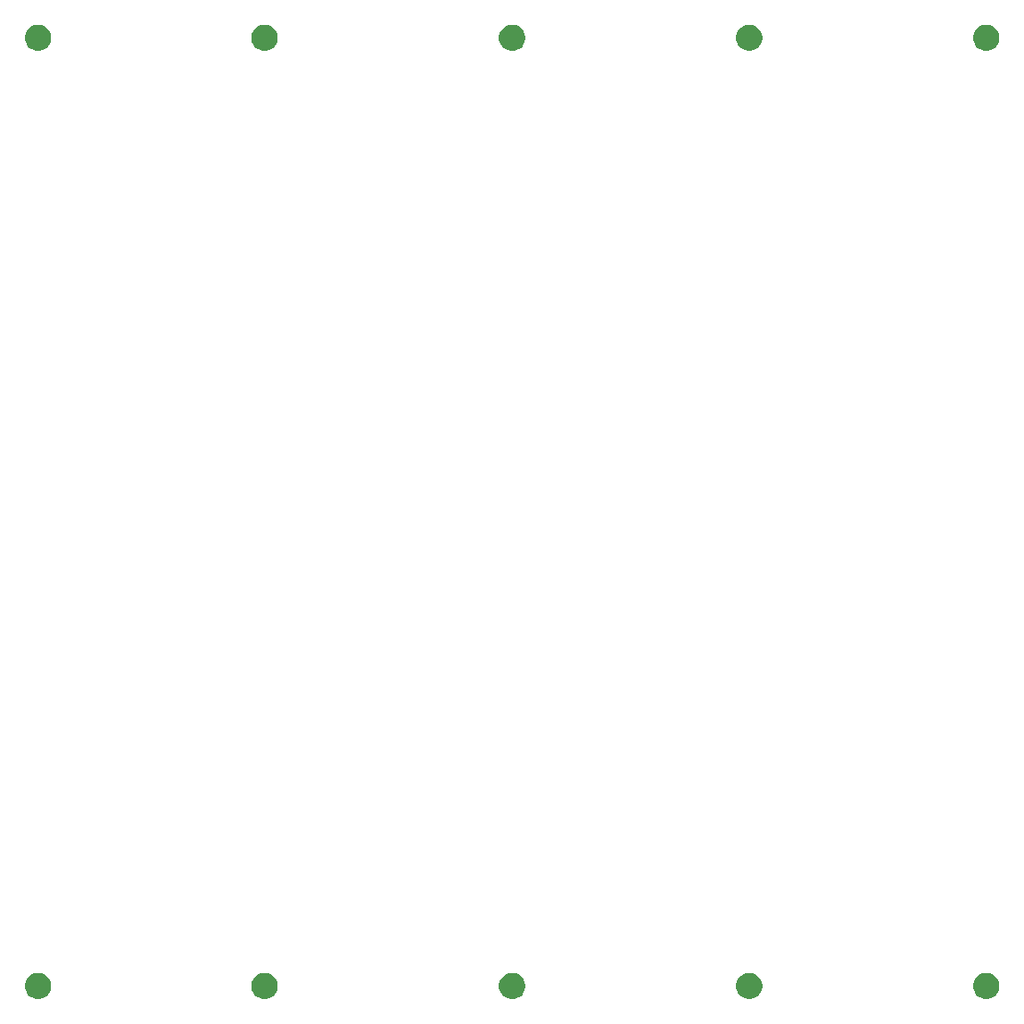
<source format=gbr>
G04 #@! TF.GenerationSoftware,KiCad,Pcbnew,5.1.5-1.fc30*
G04 #@! TF.CreationDate,2021-07-11T13:39:18+02:00*
G04 #@! TF.ProjectId,pcb-haloscope,7063622d-6861-46c6-9f73-636f70652e6b,rev?*
G04 #@! TF.SameCoordinates,Original*
G04 #@! TF.FileFunction,Soldermask,Top*
G04 #@! TF.FilePolarity,Negative*
%FSLAX46Y46*%
G04 Gerber Fmt 4.6, Leading zero omitted, Abs format (unit mm)*
G04 Created by KiCad (PCBNEW 5.1.5-1.fc30) date 2021-07-11 13:39:18*
%MOMM*%
%LPD*%
G04 APERTURE LIST*
%ADD10C,0.100000*%
G04 APERTURE END LIST*
D10*
G36*
X122864903Y-138797075D02*
G01*
X123092571Y-138891378D01*
X123297466Y-139028285D01*
X123471715Y-139202534D01*
X123608622Y-139407429D01*
X123702925Y-139635097D01*
X123751000Y-139876787D01*
X123751000Y-140123213D01*
X123702925Y-140364903D01*
X123608622Y-140592571D01*
X123471715Y-140797466D01*
X123297466Y-140971715D01*
X123092571Y-141108622D01*
X123092570Y-141108623D01*
X123092569Y-141108623D01*
X122864903Y-141202925D01*
X122623214Y-141251000D01*
X122376786Y-141251000D01*
X122135097Y-141202925D01*
X121907431Y-141108623D01*
X121907430Y-141108623D01*
X121907429Y-141108622D01*
X121702534Y-140971715D01*
X121528285Y-140797466D01*
X121391378Y-140592571D01*
X121297075Y-140364903D01*
X121249000Y-140123213D01*
X121249000Y-139876787D01*
X121297075Y-139635097D01*
X121391378Y-139407429D01*
X121528285Y-139202534D01*
X121702534Y-139028285D01*
X121907429Y-138891378D01*
X122135097Y-138797075D01*
X122376786Y-138749000D01*
X122623214Y-138749000D01*
X122864903Y-138797075D01*
G37*
G36*
X145364903Y-138797075D02*
G01*
X145592571Y-138891378D01*
X145797466Y-139028285D01*
X145971715Y-139202534D01*
X146108622Y-139407429D01*
X146202925Y-139635097D01*
X146251000Y-139876787D01*
X146251000Y-140123213D01*
X146202925Y-140364903D01*
X146108622Y-140592571D01*
X145971715Y-140797466D01*
X145797466Y-140971715D01*
X145592571Y-141108622D01*
X145592570Y-141108623D01*
X145592569Y-141108623D01*
X145364903Y-141202925D01*
X145123214Y-141251000D01*
X144876786Y-141251000D01*
X144635097Y-141202925D01*
X144407431Y-141108623D01*
X144407430Y-141108623D01*
X144407429Y-141108622D01*
X144202534Y-140971715D01*
X144028285Y-140797466D01*
X143891378Y-140592571D01*
X143797075Y-140364903D01*
X143749000Y-140123213D01*
X143749000Y-139876787D01*
X143797075Y-139635097D01*
X143891378Y-139407429D01*
X144028285Y-139202534D01*
X144202534Y-139028285D01*
X144407429Y-138891378D01*
X144635097Y-138797075D01*
X144876786Y-138749000D01*
X145123214Y-138749000D01*
X145364903Y-138797075D01*
G37*
G36*
X100364903Y-138797075D02*
G01*
X100592571Y-138891378D01*
X100797466Y-139028285D01*
X100971715Y-139202534D01*
X101108622Y-139407429D01*
X101202925Y-139635097D01*
X101251000Y-139876787D01*
X101251000Y-140123213D01*
X101202925Y-140364903D01*
X101108622Y-140592571D01*
X100971715Y-140797466D01*
X100797466Y-140971715D01*
X100592571Y-141108622D01*
X100592570Y-141108623D01*
X100592569Y-141108623D01*
X100364903Y-141202925D01*
X100123214Y-141251000D01*
X99876786Y-141251000D01*
X99635097Y-141202925D01*
X99407431Y-141108623D01*
X99407430Y-141108623D01*
X99407429Y-141108622D01*
X99202534Y-140971715D01*
X99028285Y-140797466D01*
X98891378Y-140592571D01*
X98797075Y-140364903D01*
X98749000Y-140123213D01*
X98749000Y-139876787D01*
X98797075Y-139635097D01*
X98891378Y-139407429D01*
X99028285Y-139202534D01*
X99202534Y-139028285D01*
X99407429Y-138891378D01*
X99635097Y-138797075D01*
X99876786Y-138749000D01*
X100123214Y-138749000D01*
X100364903Y-138797075D01*
G37*
G36*
X76864903Y-138797075D02*
G01*
X77092571Y-138891378D01*
X77297466Y-139028285D01*
X77471715Y-139202534D01*
X77608622Y-139407429D01*
X77702925Y-139635097D01*
X77751000Y-139876787D01*
X77751000Y-140123213D01*
X77702925Y-140364903D01*
X77608622Y-140592571D01*
X77471715Y-140797466D01*
X77297466Y-140971715D01*
X77092571Y-141108622D01*
X77092570Y-141108623D01*
X77092569Y-141108623D01*
X76864903Y-141202925D01*
X76623214Y-141251000D01*
X76376786Y-141251000D01*
X76135097Y-141202925D01*
X75907431Y-141108623D01*
X75907430Y-141108623D01*
X75907429Y-141108622D01*
X75702534Y-140971715D01*
X75528285Y-140797466D01*
X75391378Y-140592571D01*
X75297075Y-140364903D01*
X75249000Y-140123213D01*
X75249000Y-139876787D01*
X75297075Y-139635097D01*
X75391378Y-139407429D01*
X75528285Y-139202534D01*
X75702534Y-139028285D01*
X75907429Y-138891378D01*
X76135097Y-138797075D01*
X76376786Y-138749000D01*
X76623214Y-138749000D01*
X76864903Y-138797075D01*
G37*
G36*
X55364903Y-138797075D02*
G01*
X55592571Y-138891378D01*
X55797466Y-139028285D01*
X55971715Y-139202534D01*
X56108622Y-139407429D01*
X56202925Y-139635097D01*
X56251000Y-139876787D01*
X56251000Y-140123213D01*
X56202925Y-140364903D01*
X56108622Y-140592571D01*
X55971715Y-140797466D01*
X55797466Y-140971715D01*
X55592571Y-141108622D01*
X55592570Y-141108623D01*
X55592569Y-141108623D01*
X55364903Y-141202925D01*
X55123214Y-141251000D01*
X54876786Y-141251000D01*
X54635097Y-141202925D01*
X54407431Y-141108623D01*
X54407430Y-141108623D01*
X54407429Y-141108622D01*
X54202534Y-140971715D01*
X54028285Y-140797466D01*
X53891378Y-140592571D01*
X53797075Y-140364903D01*
X53749000Y-140123213D01*
X53749000Y-139876787D01*
X53797075Y-139635097D01*
X53891378Y-139407429D01*
X54028285Y-139202534D01*
X54202534Y-139028285D01*
X54407429Y-138891378D01*
X54635097Y-138797075D01*
X54876786Y-138749000D01*
X55123214Y-138749000D01*
X55364903Y-138797075D01*
G37*
G36*
X122864903Y-48797075D02*
G01*
X123092571Y-48891378D01*
X123297466Y-49028285D01*
X123471715Y-49202534D01*
X123608622Y-49407429D01*
X123702925Y-49635097D01*
X123751000Y-49876787D01*
X123751000Y-50123213D01*
X123702925Y-50364903D01*
X123608622Y-50592571D01*
X123471715Y-50797466D01*
X123297466Y-50971715D01*
X123092571Y-51108622D01*
X123092570Y-51108623D01*
X123092569Y-51108623D01*
X122864903Y-51202925D01*
X122623214Y-51251000D01*
X122376786Y-51251000D01*
X122135097Y-51202925D01*
X121907431Y-51108623D01*
X121907430Y-51108623D01*
X121907429Y-51108622D01*
X121702534Y-50971715D01*
X121528285Y-50797466D01*
X121391378Y-50592571D01*
X121297075Y-50364903D01*
X121249000Y-50123213D01*
X121249000Y-49876787D01*
X121297075Y-49635097D01*
X121391378Y-49407429D01*
X121528285Y-49202534D01*
X121702534Y-49028285D01*
X121907429Y-48891378D01*
X122135097Y-48797075D01*
X122376786Y-48749000D01*
X122623214Y-48749000D01*
X122864903Y-48797075D01*
G37*
G36*
X100364903Y-48797075D02*
G01*
X100592571Y-48891378D01*
X100797466Y-49028285D01*
X100971715Y-49202534D01*
X101108622Y-49407429D01*
X101202925Y-49635097D01*
X101251000Y-49876787D01*
X101251000Y-50123213D01*
X101202925Y-50364903D01*
X101108622Y-50592571D01*
X100971715Y-50797466D01*
X100797466Y-50971715D01*
X100592571Y-51108622D01*
X100592570Y-51108623D01*
X100592569Y-51108623D01*
X100364903Y-51202925D01*
X100123214Y-51251000D01*
X99876786Y-51251000D01*
X99635097Y-51202925D01*
X99407431Y-51108623D01*
X99407430Y-51108623D01*
X99407429Y-51108622D01*
X99202534Y-50971715D01*
X99028285Y-50797466D01*
X98891378Y-50592571D01*
X98797075Y-50364903D01*
X98749000Y-50123213D01*
X98749000Y-49876787D01*
X98797075Y-49635097D01*
X98891378Y-49407429D01*
X99028285Y-49202534D01*
X99202534Y-49028285D01*
X99407429Y-48891378D01*
X99635097Y-48797075D01*
X99876786Y-48749000D01*
X100123214Y-48749000D01*
X100364903Y-48797075D01*
G37*
G36*
X76864903Y-48797075D02*
G01*
X77092571Y-48891378D01*
X77297466Y-49028285D01*
X77471715Y-49202534D01*
X77608622Y-49407429D01*
X77702925Y-49635097D01*
X77751000Y-49876787D01*
X77751000Y-50123213D01*
X77702925Y-50364903D01*
X77608622Y-50592571D01*
X77471715Y-50797466D01*
X77297466Y-50971715D01*
X77092571Y-51108622D01*
X77092570Y-51108623D01*
X77092569Y-51108623D01*
X76864903Y-51202925D01*
X76623214Y-51251000D01*
X76376786Y-51251000D01*
X76135097Y-51202925D01*
X75907431Y-51108623D01*
X75907430Y-51108623D01*
X75907429Y-51108622D01*
X75702534Y-50971715D01*
X75528285Y-50797466D01*
X75391378Y-50592571D01*
X75297075Y-50364903D01*
X75249000Y-50123213D01*
X75249000Y-49876787D01*
X75297075Y-49635097D01*
X75391378Y-49407429D01*
X75528285Y-49202534D01*
X75702534Y-49028285D01*
X75907429Y-48891378D01*
X76135097Y-48797075D01*
X76376786Y-48749000D01*
X76623214Y-48749000D01*
X76864903Y-48797075D01*
G37*
G36*
X55364903Y-48797075D02*
G01*
X55592571Y-48891378D01*
X55797466Y-49028285D01*
X55971715Y-49202534D01*
X56108622Y-49407429D01*
X56202925Y-49635097D01*
X56251000Y-49876787D01*
X56251000Y-50123213D01*
X56202925Y-50364903D01*
X56108622Y-50592571D01*
X55971715Y-50797466D01*
X55797466Y-50971715D01*
X55592571Y-51108622D01*
X55592570Y-51108623D01*
X55592569Y-51108623D01*
X55364903Y-51202925D01*
X55123214Y-51251000D01*
X54876786Y-51251000D01*
X54635097Y-51202925D01*
X54407431Y-51108623D01*
X54407430Y-51108623D01*
X54407429Y-51108622D01*
X54202534Y-50971715D01*
X54028285Y-50797466D01*
X53891378Y-50592571D01*
X53797075Y-50364903D01*
X53749000Y-50123213D01*
X53749000Y-49876787D01*
X53797075Y-49635097D01*
X53891378Y-49407429D01*
X54028285Y-49202534D01*
X54202534Y-49028285D01*
X54407429Y-48891378D01*
X54635097Y-48797075D01*
X54876786Y-48749000D01*
X55123214Y-48749000D01*
X55364903Y-48797075D01*
G37*
G36*
X145364903Y-48797075D02*
G01*
X145592571Y-48891378D01*
X145797466Y-49028285D01*
X145971715Y-49202534D01*
X146108622Y-49407429D01*
X146202925Y-49635097D01*
X146251000Y-49876787D01*
X146251000Y-50123213D01*
X146202925Y-50364903D01*
X146108622Y-50592571D01*
X145971715Y-50797466D01*
X145797466Y-50971715D01*
X145592571Y-51108622D01*
X145592570Y-51108623D01*
X145592569Y-51108623D01*
X145364903Y-51202925D01*
X145123214Y-51251000D01*
X144876786Y-51251000D01*
X144635097Y-51202925D01*
X144407431Y-51108623D01*
X144407430Y-51108623D01*
X144407429Y-51108622D01*
X144202534Y-50971715D01*
X144028285Y-50797466D01*
X143891378Y-50592571D01*
X143797075Y-50364903D01*
X143749000Y-50123213D01*
X143749000Y-49876787D01*
X143797075Y-49635097D01*
X143891378Y-49407429D01*
X144028285Y-49202534D01*
X144202534Y-49028285D01*
X144407429Y-48891378D01*
X144635097Y-48797075D01*
X144876786Y-48749000D01*
X145123214Y-48749000D01*
X145364903Y-48797075D01*
G37*
M02*

</source>
